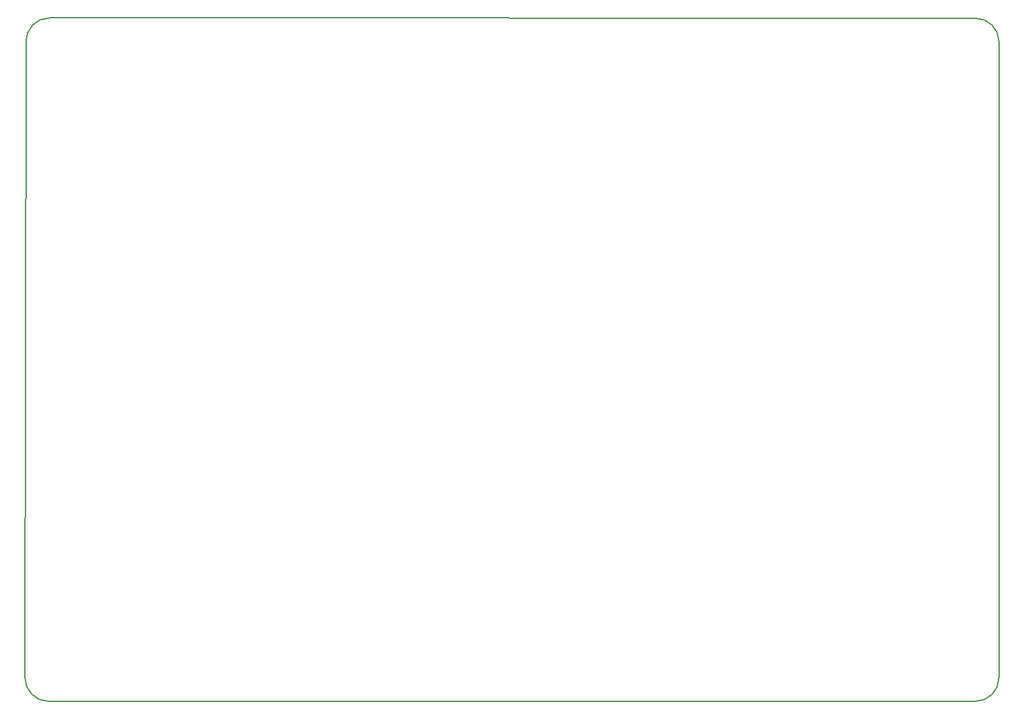
<source format=gm1>
%TF.GenerationSoftware,KiCad,Pcbnew,(6.0.4)*%
%TF.CreationDate,2022-05-26T21:53:47+02:00*%
%TF.ProjectId,batta,62617474-612e-46b6-9963-61645f706362,v1.0.0*%
%TF.SameCoordinates,Original*%
%TF.FileFunction,Profile,NP*%
%FSLAX46Y46*%
G04 Gerber Fmt 4.6, Leading zero omitted, Abs format (unit mm)*
G04 Created by KiCad (PCBNEW (6.0.4)) date 2022-05-26 21:53:47*
%MOMM*%
%LPD*%
G01*
G04 APERTURE LIST*
%TA.AperFunction,Profile*%
%ADD10C,0.150000*%
%TD*%
G04 APERTURE END LIST*
D10*
X168657677Y121157865D02*
G75*
G03*
X165609677Y124205865I-3048002J-2D01*
G01*
X45794909Y124257840D02*
G75*
G03*
X42746909Y121209840I2J-3048002D01*
G01*
X42617410Y38860322D02*
G75*
G03*
X45665410Y35812322I3048002J2D01*
G01*
X165608000Y35814000D02*
G75*
G03*
X168656000Y38862000I0J3048000D01*
G01*
X165609677Y124205865D02*
X45794909Y124257840D01*
X42617410Y38860322D02*
X42746909Y121209840D01*
X168656000Y38862000D02*
X168657677Y121157865D01*
X165608000Y35814000D02*
X45665410Y35812322D01*
M02*

</source>
